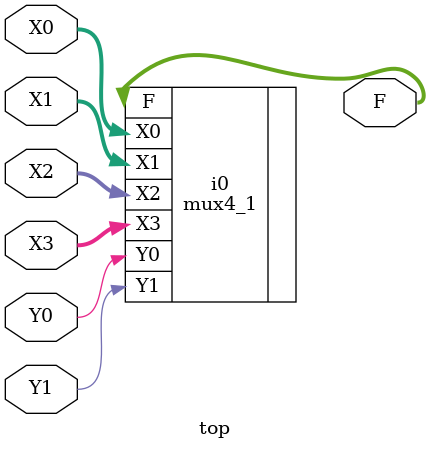
<source format=v>
module top(
    input Y0, Y1,
    input [1:0] X0, X1, X2, X3, 
    output wire [1:0] F 
);
    mux4_1 i0 (
        .Y0(Y0), .Y1(Y1),
        .X0(X0), .X1(X1), .X2(X2), .X3(X3),
        .F(F)
    );
endmodule


</source>
